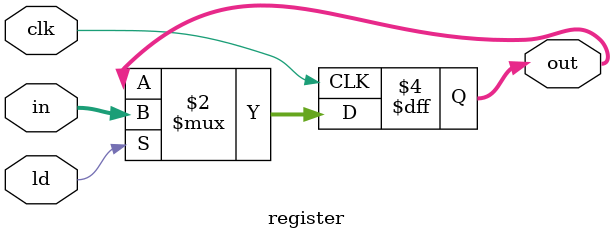
<source format=v>
`timescale 1ns/1ns
module register#(parameter size = 8)(input clk, ld,  input [size - 1:0] in, output reg [size-1 : 0] out);

always@(posedge clk)begin
	if(ld)
     		out <= in; 
end
endmodule

</source>
